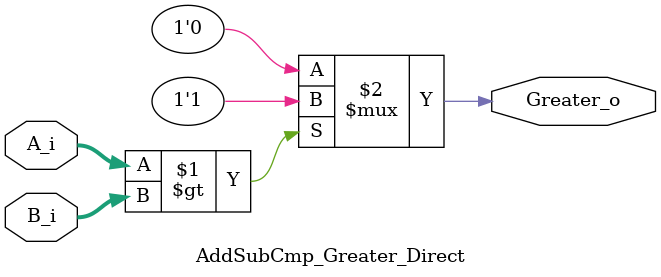
<source format=v>
module AddSubCmp_Greater (
  input[15:0] A_i,
  input[15:0] B_i,
  output Greater_o
);

  wire [15:0] D_s;
  wire        Carry_s;
  wire        Zero_s;
  wire        Sign_s;
  wire        Overflow_s;

  AddSubCmp ThisAddSubCmp (
    .AddOrSub_i(1'b1),
    .A_i       (A_i),
    .B_i       (B_i),
    .D_o       (D_s),
    .Carry_i   (1'b0),
    .Carry_o   (Carry_s),
    .Zero_o    (Zero_s),
    .Sign_o    (Sign_s),
    .Overflow_o(Overflow_s)
  );

  assign Greater_o = Carry_s & ~Zero_s;

endmodule // AddSubCmp_Greater

module AddSubCmp_Greater_Direct (
  input[15:0] A_i,
  input[15:0] B_i,
  output Greater_o
);

  assign Greater_o = (A_i > B_i) ? 1'b1 : 1'b0;

endmodule // AddSubCmp_Greater_Direct

</source>
